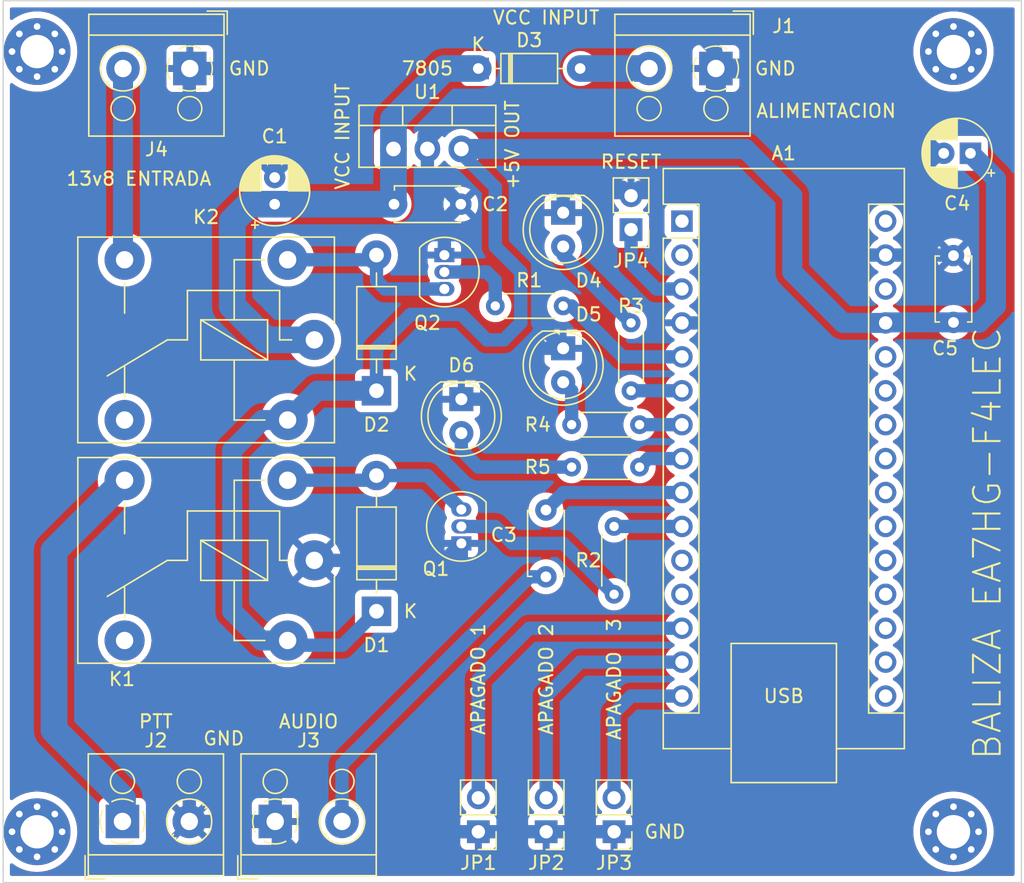
<source format=kicad_pcb>
(kicad_pcb (version 20211014) (generator pcbnew)
  (title_block (title "BALIZA EA7HG- F4LEC") (date "2026-01-31") (rev "2"))
  (layers (0 "F.Cu" signal) (31 "B.Cu" signal) (34 "B.Paste" user) (35 "F.Paste" user) (36 "B.SilkS" user "B.Silkscreen") (37 "F.SilkS" user "F.Silkscreen") (38 "B.Mask" user) (39 "F.Mask" user) (44 "Edge.Cuts" user))
  (net 0 "")
  (net 3 "Net-(A1-Pad3)")
  (net 4 "GND")
  (net 5 "/Rele encendido")
  (net 6 "AUX1")
  (net 7 "AUX2")
  (net 8 "AUX3")
  (net 9 "Net-(A1-Pad9)")
  (net 12 "Net-(A1-Pad10)")
  (net 13 "Net-(A1-Pad13)")
  (net 14 "Net-(A1-Pad14)")
  (net 26 "+5V")
  (net 29 "VCC")
  (net 30 "ENTRADA_AUDIO_MIC")
  (net 31 "Net-(D1-Pad2)")
  (net 32 "Net-(D2-Pad2)")
  (net 33 "PTT_TRANSCEPTOR")
  (net 34 "VCC_13v8_ENTRADA")
  (net 37 "/PTT OUT")
  (net 38 "Net-(Q2-Pad2)")
  (net 39 "Net-(A1-Pad15)")
  (net 40 "+BATT")
  (net 41 "Net-(D4-Pad2)")
  (net 42 "Net-(D5-Pad2)")
  (net 43 "Net-(D6-Pad2)")
  (footprint "LED_THT:LED_D5.0mm" (layer "F.Cu") (at 130.81 69.21 -90)
    (fp_text reference "D4" (at 5.085 -1.905 180) (layer "F.SilkS"))
    (fp_text value "LED")
    (pad "1" thru_hole rect (at 0 0 270) (size 1.8 1.8) (drill 0.9) (layers *.Cu *.Mask) (net 4 "GND"))
    (pad "2" thru_hole circle (at 2.54 0 270) (size 1.8 1.8) (drill 0.9) (layers *.Cu *.Mask) (net 41 "Net-(D4-Pad2)"))
  )
  (footprint "Package_TO_SOT_THT:TO-220-3_Vertical" (layer "F.Cu") (at 118.11 64.445)
    (fp_text reference "U1" (at 2.54 -4.27) (layer "F.SilkS"))
    (fp_text value "L7805")
    (pad "1" thru_hole rect (at 0 0) (size 1.905 2) (drill 1.1) (layers *.Cu *.Mask) (net 29 "VCC"))
    (pad "2" thru_hole oval (at 2.54 0) (size 1.905 2) (drill 1.1) (layers *.Cu *.Mask) (net 4 "GND"))
    (pad "3" thru_hole oval (at 5.08 0) (size 1.905 2) (drill 1.1) (layers *.Cu *.Mask) (net 26 "+5V"))
  )
  (footprint "MountingHole:MountingHole_2.5mm_Pad_Via" (layer "F.Cu") (at 160.02 57.15)
    (fp_text reference "REF**" hide)
    (fp_text value "MountingHole_2.5mm_Pad_Via" hide)
    (pad "1" thru_hole circle (at 1.325825 -1.325825) (size 0.8 0.8) (drill 0.5) (layers *.Cu *.Mask))
    (pad "1" thru_hole circle (at -1.875 0) (size 0.8 0.8) (drill 0.5) (layers *.Cu *.Mask))
    (pad "1" thru_hole circle (at 0 -1.875) (size 0.8 0.8) (drill 0.5) (layers *.Cu *.Mask))
    (pad "1" thru_hole circle (at 0 1.875) (size 0.8 0.8) (drill 0.5) (layers *.Cu *.Mask))
    (pad "1" thru_hole circle (at -1.325825 -1.325825) (size 0.8 0.8) (drill 0.5) (layers *.Cu *.Mask))
    (pad "1" thru_hole circle (at 1.325825 1.325825) (size 0.8 0.8) (drill 0.5) (layers *.Cu *.Mask))
    (pad "1" thru_hole circle (at -1.325825 1.325825) (size 0.8 0.8) (drill 0.5) (layers *.Cu *.Mask))
    (pad "1" thru_hole circle (at 1.875 0) (size 0.8 0.8) (drill 0.5) (layers *.Cu *.Mask))
    (pad "1" thru_hole circle (at 0 0) (size 5 5) (drill 2.5) (layers *.Cu *.Mask))
  )
  (footprint "Connector_PinHeader_2.54mm:PinHeader_1x02_P2.54mm_Vertical" (layer "F.Cu") (at 124.46 115.57 180)
    (fp_text reference "JP1" (at 0 -2.33) (layer "F.SilkS"))
    (fp_text value "apagado 1")
    (pad "1" thru_hole rect (at 0 0 180) (size 1.7 1.7) (drill 1) (layers *.Cu *.Mask) (net 4 "GND"))
    (pad "2" thru_hole oval (at 0 2.54 180) (size 1.7 1.7) (drill 1) (layers *.Cu *.Mask) (net 13 "Net-(A1-Pad13)"))
  )
  (footprint "TerminalBlock_RND:TerminalBlock_RND_205-00001_1x02_P5.00mm_Horizontal" (layer "F.Cu") (at 97.83 114.8)
    (fp_text reference "J2" (at 2.5 -6.06) (layer "F.SilkS"))
    (fp_text value "PTT")
    (pad "1" thru_hole rect (at 0 0) (size 2.5 2.5) (drill 1.3) (layers *.Cu *.Mask) (net 33 "PTT_TRANSCEPTOR"))
    (pad "2" thru_hole circle (at 5 0) (size 2.5 2.5) (drill 1.3) (layers *.Cu *.Mask) (net 4 "GND"))
  )
  (footprint "Capacitor_THT:CP_Radial_D5.0mm_P2.00mm" (layer "F.Cu") (at 161.29 64.77 180)
    (fp_text reference "C4" (at 1 -3.75) (layer "F.SilkS"))
    (fp_text value "1uf")
    (pad "1" thru_hole rect (at 0 0 180) (size 1.6 1.6) (drill 0.8) (layers *.Cu *.Mask) (net 26 "+5V"))
    (pad "2" thru_hole circle (at 2 0 180) (size 1.6 1.6) (drill 0.8) (layers *.Cu *.Mask) (net 4 "GND"))
  )
  (footprint "MountingHole:MountingHole_2.5mm_Pad_Via" (layer "F.Cu") (at 91.44 57.15)
    (fp_text reference "REF**" hide)
    (fp_text value "MountingHole_2.5mm_Pad_Via" hide)
    (pad "1" thru_hole circle (at 0 -1.875) (size 0.8 0.8) (drill 0.5) (layers *.Cu *.Mask))
    (pad "1" thru_hole circle (at 0 1.875) (size 0.8 0.8) (drill 0.5) (layers *.Cu *.Mask))
    (pad "1" thru_hole circle (at -1.875 0) (size 0.8 0.8) (drill 0.5) (layers *.Cu *.Mask))
    (pad "1" thru_hole circle (at 1.875 0) (size 0.8 0.8) (drill 0.5) (layers *.Cu *.Mask))
    (pad "1" thru_hole circle (at 0 0) (size 5 5) (drill 2.5) (layers *.Cu *.Mask))
    (pad "1" thru_hole circle (at -1.325825 -1.325825) (size 0.8 0.8) (drill 0.5) (layers *.Cu *.Mask))
    (pad "1" thru_hole circle (at 1.325825 1.325825) (size 0.8 0.8) (drill 0.5) (layers *.Cu *.Mask))
    (pad "1" thru_hole circle (at 1.325825 -1.325825) (size 0.8 0.8) (drill 0.5) (layers *.Cu *.Mask))
    (pad "1" thru_hole circle (at -1.325825 1.325825) (size 0.8 0.8) (drill 0.5) (layers *.Cu *.Mask))
  )
  (footprint "Capacitor_THT:CP_Radial_D5.0mm_P2.00mm" (layer "F.Cu") (at 109.22 68.58 90)
    (fp_text reference "C1" (at 5.08 0 180) (layer "F.SilkS"))
    (fp_text value "1uf")
    (pad "1" thru_hole rect (at 0 0 90) (size 1.6 1.6) (drill 0.8) (layers *.Cu *.Mask) (net 29 "VCC"))
    (pad "2" thru_hole circle (at 2 0 90) (size 1.6 1.6) (drill 0.8) (layers *.Cu *.Mask) (net 4 "GND"))
  )
  (footprint "Module:Arduino_Nano" (layer "F.Cu") (at 139.7 69.85)
    (fp_text reference "A1" (at 7.62 -5.08) (layer "F.SilkS"))
    (fp_text value "Arduino_Nano_v3.x")
    (fp_text user "USB" (at 7.62 35.56 unlocked) (layer "F.SilkS"))
    (pad "1" thru_hole rect (at 0 0) (size 1.6 1.6) (drill 1) (layers *.Cu *.Mask))
    (pad "2" thru_hole oval (at 0 2.54) (size 1.6 1.6) (drill 1) (layers *.Cu *.Mask))
    (pad "3" thru_hole oval (at 0 5.08) (size 1.6 1.6) (drill 1) (layers *.Cu *.Mask) (net 3 "Net-(A1-Pad3)"))
    (pad "4" thru_hole oval (at 0 7.62) (size 1.6 1.6) (drill 1) (layers *.Cu *.Mask) (net 4 "GND"))
    (pad "5" thru_hole oval (at 0 10.16) (size 1.6 1.6) (drill 1) (layers *.Cu *.Mask) (net 5 "/Rele encendido"))
    (pad "6" thru_hole oval (at 0 12.7) (size 1.6 1.6) (drill 1) (layers *.Cu *.Mask) (net 6 "AUX1"))
    (pad "7" thru_hole oval (at 0 15.24) (size 1.6 1.6) (drill 1) (layers *.Cu *.Mask) (net 7 "AUX2"))
    (pad "8" thru_hole oval (at 0 17.78) (size 1.6 1.6) (drill 1) (layers *.Cu *.Mask) (net 8 "AUX3"))
    (pad "9" thru_hole oval (at 0 20.32) (size 1.6 1.6) (drill 1) (layers *.Cu *.Mask) (net 9 "Net-(A1-Pad9)"))
    (pad "10" thru_hole oval (at 0 22.86) (size 1.6 1.6) (drill 1) (layers *.Cu *.Mask) (net 12 "Net-(A1-Pad10)"))
    (pad "11" thru_hole oval (at 0 25.4) (size 1.6 1.6) (drill 1) (layers *.Cu *.Mask))
    (pad "12" thru_hole oval (at 0 27.94) (size 1.6 1.6) (drill 1) (layers *.Cu *.Mask))
    (pad "13" thru_hole oval (at 0 30.48) (size 1.6 1.6) (drill 1) (layers *.Cu *.Mask) (net 13 "Net-(A1-Pad13)"))
    (pad "14" thru_hole oval (at 0 33.02) (size 1.6 1.6) (drill 1) (layers *.Cu *.Mask) (net 14 "Net-(A1-Pad14)"))
    (pad "15" thru_hole oval (at 0 35.56) (size 1.6 1.6) (drill 1) (layers *.Cu *.Mask) (net 39 "Net-(A1-Pad15)"))
    (pad "16" thru_hole oval (at 15.24 35.56) (size 1.6 1.6) (drill 1) (layers *.Cu *.Mask))
    (pad "17" thru_hole oval (at 15.24 33.02) (size 1.6 1.6) (drill 1) (layers *.Cu *.Mask))
    (pad "18" thru_hole oval (at 15.24 30.48) (size 1.6 1.6) (drill 1) (layers *.Cu *.Mask))
    (pad "19" thru_hole oval (at 15.24 27.94) (size 1.6 1.6) (drill 1) (layers *.Cu *.Mask))
    (pad "20" thru_hole oval (at 15.24 25.4) (size 1.6 1.6) (drill 1) (layers *.Cu *.Mask))
    (pad "21" thru_hole oval (at 15.24 22.86) (size 1.6 1.6) (drill 1) (layers *.Cu *.Mask))
    (pad "22" thru_hole oval (at 15.24 20.32) (size 1.6 1.6) (drill 1) (layers *.Cu *.Mask))
    (pad "23" thru_hole oval (at 15.24 17.78) (size 1.6 1.6) (drill 1) (layers *.Cu *.Mask))
    (pad "24" thru_hole oval (at 15.24 15.24) (size 1.6 1.6) (drill 1) (layers *.Cu *.Mask))
    (pad "25" thru_hole oval (at 15.24 12.7) (size 1.6 1.6) (drill 1) (layers *.Cu *.Mask))
    (pad "26" thru_hole oval (at 15.24 10.16) (size 1.6 1.6) (drill 1) (layers *.Cu *.Mask))
    (pad "27" thru_hole oval (at 15.24 7.62) (size 1.6 1.6) (drill 1) (layers *.Cu *.Mask) (net 26 "+5V"))
    (pad "28" thru_hole oval (at 15.24 5.08) (size 1.6 1.6) (drill 1) (layers *.Cu *.Mask))
    (pad "29" thru_hole oval (at 15.24 2.54) (size 1.6 1.6) (drill 1) (layers *.Cu *.Mask) (net 4 "GND"))
    (pad "30" thru_hole oval (at 15.24 0) (size 1.6 1.6) (drill 1) (layers *.Cu *.Mask))
  )
  (footprint "Capacitor_THT:C_Disc_D4.7mm_W2.5mm_P5.00mm" (layer "F.Cu") (at 129.52 96.48 90)
    (fp_text reference "C3" (at 3.135 -3.155 180) (layer "F.SilkS"))
    (fp_text value "100nf")
    (pad "1" thru_hole circle (at 0 0 90) (size 1.6 1.6) (drill 0.8) (layers *.Cu *.Mask) (net 30 "ENTRADA_AUDIO_MIC"))
    (pad "2" thru_hole circle (at 5 0 90) (size 1.6 1.6) (drill 0.8) (layers *.Cu *.Mask) (net 9 "Net-(A1-Pad9)"))
  )
  (footprint "LED_THT:LED_D5.0mm" (layer "F.Cu") (at 123.19 83.18 -90)
    (fp_text reference "D6" (at -2.535 0 180) (layer "F.SilkS"))
    (fp_text value "LED")
    (pad "1" thru_hole rect (at 0 0 270) (size 1.8 1.8) (drill 0.9) (layers *.Cu *.Mask) (net 4 "GND"))
    (pad "2" thru_hole circle (at 2.54 0 270) (size 1.8 1.8) (drill 0.9) (layers *.Cu *.Mask) (net 43 "Net-(D6-Pad2)"))
  )
  (footprint "Relay_THT:Relay_SPDT_Finder_36.11" (layer "F.Cu") (at 112.19 78.74 180)
    (fp_text reference "K2" (at 8.1 9.2) (layer "F.SilkS"))
    (fp_text value "SRD-05VDC-SL-C")
    (pad "11" thru_hole circle (at 0 0 180) (size 3 3) (drill 1.3) (layers *.Cu *.Mask) (net 29 "VCC"))
    (pad "12" thru_hole circle (at 14.2 -6 180) (size 3 3) (drill 1.3) (layers *.Cu *.Mask))
    (pad "14" thru_hole circle (at 14.2 6 180) (size 3 3) (drill 1.3) (layers *.Cu *.Mask) (net 34 "VCC_13v8_ENTRADA"))
    (pad "A1" thru_hole circle (at 2 6 180) (size 3 3) (drill 1.3) (layers *.Cu *.Mask) (net 32 "Net-(D2-Pad2)"))
    (pad "A2" thru_hole circle (at 2 -6 180) (size 3 3) (drill 1.3) (layers *.Cu *.Mask) (net 26 "+5V"))
  )
  (footprint "Package_TO_SOT_THT:TO-92_Inline" (layer "F.Cu") (at 123.19 93.98 90)
    (fp_text reference "Q1" (at -1.905 -1.905 180) (layer "F.SilkS"))
    (fp_text value "2N3904")
    (pad "1" thru_hole rect (at 0 0 90) (size 1.05 1.5) (drill 0.75) (layers *.Cu *.Mask) (net 4 "GND"))
    (pad "2" thru_hole oval (at 1.27 0 90) (size 1.05 1.5) (drill 0.75) (layers *.Cu *.Mask) (net 37 "/PTT OUT"))
    (pad "3" thru_hole oval (at 2.54 0 90) (size 1.05 1.5) (drill 0.75) (layers *.Cu *.Mask) (net 31 "Net-(D1-Pad2)"))
  )
  (footprint "Resistor_THT:R_Axial_DIN0204_L3.6mm_D1.6mm_P5.08mm_Horizontal" (layer "F.Cu") (at 135.89 82.55 90)
    (fp_text reference "R3" (at 6.35 0 180) (layer "F.SilkS"))
    (fp_text value "680")
    (pad "1" thru_hole circle (at 0 0 90) (size 1.4 1.4) (drill 0.7) (layers *.Cu *.Mask) (net 6 "AUX1"))
    (pad "2" thru_hole oval (at 5.08 0 90) (size 1.4 1.4) (drill 0.7) (layers *.Cu *.Mask) (net 41 "Net-(D4-Pad2)"))
  )
  (footprint "Resistor_THT:R_Axial_DIN0204_L3.6mm_D1.6mm_P5.08mm_Horizontal" (layer "F.Cu") (at 136.525 88.265 180)
    (fp_text reference "R5" (at 7.62 0) (layer "F.SilkS"))
    (fp_text value "680")
    (pad "1" thru_hole circle (at 0 0 180) (size 1.4 1.4) (drill 0.7) (layers *.Cu *.Mask) (net 8 "AUX3"))
    (pad "2" thru_hole oval (at 5.08 0 180) (size 1.4 1.4) (drill 0.7) (layers *.Cu *.Mask) (net 43 "Net-(D6-Pad2)"))
  )
  (footprint "Diode_THT:D_DO-35_SOD27_P7.62mm_Horizontal" (layer "F.Cu") (at 124.46 58.42)
    (fp_text reference "D3" (at 3.81 -2.12) (layer "F.SilkS"))
    (fp_text value "1N4148")
    (fp_text user "K" (at 0 -1.8) (layer "F.SilkS"))
    (pad "1" thru_hole rect (at 0 0) (size 1.6 1.6) (drill 0.8) (layers *.Cu *.Mask) (net 29 "VCC"))
    (pad "2" thru_hole oval (at 7.62 0) (size 1.6 1.6) (drill 0.8) (layers *.Cu *.Mask) (net 40 "+BATT"))
  )
  (footprint "Relay_THT:Relay_SPDT_Finder_36.11" (layer "F.Cu") (at 112.19 95.25 180)
    (fp_text reference "K1" (at 14.4 -8.89) (layer "F.SilkS"))
    (fp_text value "SRD-05VDC-SL-C")
    (pad "11" thru_hole circle (at 0 0 180) (size 3 3) (drill 1.3) (layers *.Cu *.Mask) (net 4 "GND"))
    (pad "12" thru_hole circle (at 14.2 -6 180) (size 3 3) (drill 1.3) (layers *.Cu *.Mask))
    (pad "14" thru_hole circle (at 14.2 6 180) (size 3 3) (drill 1.3) (layers *.Cu *.Mask) (net 33 "PTT_TRANSCEPTOR"))
    (pad "A1" thru_hole circle (at 2 6 180) (size 3 3) (drill 1.3) (layers *.Cu *.Mask) (net 31 "Net-(D1-Pad2)"))
    (pad "A2" thru_hole circle (at 2 -6 180) (size 3 3) (drill 1.3) (layers *.Cu *.Mask) (net 26 "+5V"))
  )
  (footprint "MountingHole:MountingHole_2.5mm_Pad_Via" (layer "F.Cu") (at 91.44 115.57)
    (fp_text reference "REF**" hide)
    (fp_text value "MountingHole_2.5mm_Pad_Via" hide)
    (pad "1" thru_hole circle (at 1.325825 1.325825) (size 0.8 0.8) (drill 0.5) (layers *.Cu *.Mask))
    (pad "1" thru_hole circle (at -1.325825 1.325825) (size 0.8 0.8) (drill 0.5) (layers *.Cu *.Mask))
    (pad "1" thru_hole circle (at 0 -1.875) (size 0.8 0.8) (drill 0.5) (layers *.Cu *.Mask))
    (pad "1" thru_hole circle (at 0 0) (size 5 5) (drill 2.5) (layers *.Cu *.Mask))
    (pad "1" thru_hole circle (at -1.875 0) (size 0.8 0.8) (drill 0.5) (layers *.Cu *.Mask))
    (pad "1" thru_hole circle (at 1.325825 -1.325825) (size 0.8 0.8) (drill 0.5) (layers *.Cu *.Mask))
    (pad "1" thru_hole circle (at 1.875 0) (size 0.8 0.8) (drill 0.5) (layers *.Cu *.Mask))
    (pad "1" thru_hole circle (at 0 1.875) (size 0.8 0.8) (drill 0.5) (layers *.Cu *.Mask))
    (pad "1" thru_hole circle (at -1.325825 -1.325825) (size 0.8 0.8) (drill 0.5) (layers *.Cu *.Mask))
  )
  (footprint "Capacitor_THT:C_Disc_D4.7mm_W2.5mm_P5.00mm" (layer "F.Cu") (at 118.15 68.58)
    (fp_text reference "C2" (at 7.58 0) (layer "F.SilkS"))
    (fp_text value "100nf")
    (pad "1" thru_hole circle (at 0 0) (size 1.6 1.6) (drill 0.8) (layers *.Cu *.Mask) (net 29 "VCC"))
    (pad "2" thru_hole circle (at 5 0) (size 1.6 1.6) (drill 0.8) (layers *.Cu *.Mask) (net 4 "GND"))
  )
  (footprint "Resistor_THT:R_Axial_DIN0204_L3.6mm_D1.6mm_P5.08mm_Horizontal" (layer "F.Cu") (at 125.73 76.2)
    (fp_text reference "R1" (at 2.54 -1.92) (layer "F.SilkS"))
    (fp_text value "330")
    (pad "1" thru_hole circle (at 0 0) (size 1.4 1.4) (drill 0.7) (layers *.Cu *.Mask) (net 38 "Net-(Q2-Pad2)"))
    (pad "2" thru_hole oval (at 5.08 0) (size 1.4 1.4) (drill 0.7) (layers *.Cu *.Mask) (net 5 "/Rele encendido"))
  )
  (footprint "Capacitor_THT:C_Disc_D4.7mm_W2.5mm_P5.00mm" (layer "F.Cu") (at 160.02 77.43 90)
    (fp_text reference "C5" (at -1.945 -0.635 180) (layer "F.SilkS"))
    (fp_text value "100nf")
    (pad "1" thru_hole circle (at 0 0 90) (size 1.6 1.6) (drill 0.8) (layers *.Cu *.Mask) (net 26 "+5V"))
    (pad "2" thru_hole circle (at 5 0 90) (size 1.6 1.6) (drill 0.8) (layers *.Cu *.Mask) (net 4 "GND"))
  )
  (footprint "LED_THT:LED_D5.0mm" (layer "F.Cu") (at 130.81 79.37 -90)
    (fp_text reference "D5" (at -2.535 -1.905 180) (layer "F.SilkS"))
    (fp_text value "LED")
    (pad "1" thru_hole rect (at 0 0 270) (size 1.8 1.8) (drill 0.9) (layers *.Cu *.Mask) (net 4 "GND"))
    (pad "2" thru_hole circle (at 2.54 0 270) (size 1.8 1.8) (drill 0.9) (layers *.Cu *.Mask) (net 42 "Net-(D5-Pad2)"))
  )
  (footprint "Connector_PinHeader_2.54mm:PinHeader_1x02_P2.54mm_Vertical" (layer "F.Cu") (at 134.62 115.57 180)
    (fp_text reference "JP3" (at 0 -2.33) (layer "F.SilkS"))
    (fp_text value "apagado 3")
    (pad "1" thru_hole rect (at 0 0 180) (size 1.7 1.7) (drill 1) (layers *.Cu *.Mask) (net 4 "GND"))
    (pad "2" thru_hole oval (at 0 2.54 180) (size 1.7 1.7) (drill 1) (layers *.Cu *.Mask) (net 39 "Net-(A1-Pad15)"))
  )
  (footprint "Package_TO_SOT_THT:TO-92_Inline" (layer "F.Cu") (at 121.92 72.39 -90)
    (fp_text reference "Q2" (at 5.08 1.27 180) (layer "F.SilkS"))
    (fp_text value "2N3904")
    (pad "1" thru_hole rect (at 0 0 270) (size 1.05 1.5) (drill 0.75) (layers *.Cu *.Mask) (net 4 "GND"))
    (pad "2" thru_hole oval (at 1.27 0 270) (size 1.05 1.5) (drill 0.75) (layers *.Cu *.Mask) (net 38 "Net-(Q2-Pad2)"))
    (pad "3" thru_hole oval (at 2.54 0 270) (size 1.05 1.5) (drill 0.75) (layers *.Cu *.Mask) (net 32 "Net-(D2-Pad2)"))
  )
  (footprint "Diode_THT:D_DO-41_SOD81_P10.16mm_Horizontal" (layer "F.Cu") (at 116.84 99.06 90)
    (fp_text reference "D1" (at -2.54 0 180) (layer "F.SilkS"))
    (fp_text value "1N4007")
    (fp_text user "K" (at 0 2.54 180) (layer "F.SilkS"))
    (pad "1" thru_hole rect (at 0 0 90) (size 2.2 2.2) (drill 1.1) (layers *.Cu *.Mask) (net 26 "+5V"))
    (pad "2" thru_hole oval (at 10.16 0 90) (size 2.2 2.2) (drill 1.1) (layers *.Cu *.Mask) (net 31 "Net-(D1-Pad2)"))
  )
  (footprint "MountingHole:MountingHole_2.5mm_Pad_Via" (layer "F.Cu") (at 160.02 115.57)
    (fp_text reference "REF**" hide)
    (fp_text value "MountingHole_2.5mm_Pad_Via" hide)
    (pad "1" thru_hole circle (at -1.325825 1.325825) (size 0.8 0.8) (drill 0.5) (layers *.Cu *.Mask))
    (pad "1" thru_hole circle (at 0 0) (size 5 5) (drill 2.5) (layers *.Cu *.Mask))
    (pad "1" thru_hole circle (at 1.325825 -1.325825) (size 0.8 0.8) (drill 0.5) (layers *.Cu *.Mask))
    (pad "1" thru_hole circle (at 0 -1.875) (size 0.8 0.8) (drill 0.5) (layers *.Cu *.Mask))
    (pad "1" thru_hole circle (at 0 1.875) (size 0.8 0.8) (drill 0.5) (layers *.Cu *.Mask))
    (pad "1" thru_hole circle (at 1.325825 1.325825) (size 0.8 0.8) (drill 0.5) (layers *.Cu *.Mask))
    (pad "1" thru_hole circle (at -1.325825 -1.325825) (size 0.8 0.8) (drill 0.5) (layers *.Cu *.Mask))
    (pad "1" thru_hole circle (at -1.875 0) (size 0.8 0.8) (drill 0.5) (layers *.Cu *.Mask))
    (pad "1" thru_hole circle (at 1.875 0) (size 0.8 0.8) (drill 0.5) (layers *.Cu *.Mask))
  )
  (footprint "Diode_THT:D_DO-41_SOD81_P10.16mm_Horizontal" (layer "F.Cu") (at 116.84 82.55 90)
    (fp_text reference "D2" (at -2.54 0 180) (layer "F.SilkS"))
    (fp_text value "1N4007")
    (fp_text user "K" (at 1.27 2.54 180) (layer "F.SilkS"))
    (pad "1" thru_hole rect (at 0 0 90) (size 2.2 2.2) (drill 1.1) (layers *.Cu *.Mask) (net 26 "+5V"))
    (pad "2" thru_hole oval (at 10.16 0 90) (size 2.2 2.2) (drill 1.1) (layers *.Cu *.Mask) (net 32 "Net-(D2-Pad2)"))
  )
  (footprint "TerminalBlock_RND:TerminalBlock_RND_205-00001_1x02_P5.00mm_Horizontal" (layer "F.Cu") (at 142.24 58.42 180)
    (fp_text reference "J1" (at -5.08 3.175) (layer "F.SilkS"))
    (fp_text value "ALIMENTACION")
    (pad "1" thru_hole rect (at 0 0 180) (size 2.5 2.5) (drill 1.3) (layers *.Cu *.Mask) (net 4 "GND"))
    (pad "2" thru_hole circle (at 5 0 180) (size 2.5 2.5) (drill 1.3) (layers *.Cu *.Mask) (net 40 "+BATT"))
  )
  (footprint "Connector_PinHeader_2.54mm:PinHeader_1x02_P2.54mm_Vertical" (layer "F.Cu") (at 135.89 70.485 180)
    (fp_text reference "JP4" (at 0 -2.33) (layer "F.SilkS"))
    (fp_text value "RESET")
    (pad "1" thru_hole rect (at 0 0 180) (size 1.7 1.7) (drill 1) (layers *.Cu *.Mask) (net 3 "Net-(A1-Pad3)"))
    (pad "2" thru_hole oval (at 0 2.54 180) (size 1.7 1.7) (drill 1) (layers *.Cu *.Mask) (net 4 "GND"))
  )
  (footprint "TerminalBlock_RND:TerminalBlock_RND_205-00001_1x02_P5.00mm_Horizontal" (layer "F.Cu") (at 109.26 114.8)
    (fp_text reference "J3" (at 2.5 -6.06) (layer "F.SilkS"))
    (fp_text value "AUDIO")
    (pad "1" thru_hole rect (at 0 0) (size 2.5 2.5) (drill 1.3) (layers *.Cu *.Mask) (net 4 "GND"))
    (pad "2" thru_hole circle (at 5 0) (size 2.5 2.5) (drill 1.3) (layers *.Cu *.Mask) (net 30 "ENTRADA_AUDIO_MIC"))
  )
  (footprint "Resistor_THT:R_Axial_DIN0204_L3.6mm_D1.6mm_P5.08mm_Horizontal" (layer "F.Cu") (at 136.525 85.09 180)
    (fp_text reference "R4" (at 7.62 0) (layer "F.SilkS"))
    (fp_text value "680")
    (pad "1" thru_hole circle (at 0 0 180) (size 1.4 1.4) (drill 0.7) (layers *.Cu *.Mask) (net 7 "AUX2"))
    (pad "2" thru_hole oval (at 5.08 0 180) (size 1.4 1.4) (drill 0.7) (layers *.Cu *.Mask) (net 42 "Net-(D5-Pad2)"))
  )
  (footprint "Connector_PinHeader_2.54mm:PinHeader_1x02_P2.54mm_Vertical" (layer "F.Cu") (at 129.54 115.57 180)
    (fp_text reference "JP2" (at 0 -2.33) (layer "F.SilkS"))
    (fp_text value "apagado 2")
    (pad "1" thru_hole rect (at 0 0 180) (size 1.7 1.7) (drill 1) (layers *.Cu *.Mask) (net 4 "GND"))
    (pad "2" thru_hole oval (at 0 2.54 180) (size 1.7 1.7) (drill 1) (layers *.Cu *.Mask) (net 14 "Net-(A1-Pad14)"))
  )
  (footprint "Resistor_THT:R_Axial_DIN0204_L3.6mm_D1.6mm_P5.08mm_Horizontal" (layer "F.Cu") (at 134.62 97.79 90)
    (fp_text reference "R2" (at 2.54 -1.92 180) (layer "F.SilkS"))
    (fp_text value "330")
    (pad "1" thru_hole circle (at 0 0 90) (size 1.4 1.4) (drill 0.7) (layers *.Cu *.Mask) (net 37 "/PTT OUT"))
    (pad "2" thru_hole oval (at 5.08 0 90) (size 1.4 1.4) (drill 0.7) (layers *.Cu *.Mask) (net 12 "Net-(A1-Pad10)"))
  )
  (footprint "TerminalBlock_RND:TerminalBlock_RND_205-00001_1x02_P5.00mm_Horizontal" (layer "F.Cu") (at 102.87 58.42 180)
    (fp_text reference "J4" (at 2.5 -6.06) (layer "F.SilkS"))
    (fp_text value "VCC_13v8_ENTRADA")
    (pad "1" thru_hole rect (at 0 0 180) (size 2.5 2.5) (drill 1.3) (layers *.Cu *.Mask) (net 4 "GND"))
    (pad "2" thru_hole circle (at 5 0 180) (size 2.5 2.5) (drill 1.3) (layers *.Cu *.Mask) (net 34 "VCC_13v8_ENTRADA"))
  )
  (gr_line (start 165.1 53.34) (end 165.1 119.38) (layer "Edge.Cuts") (width 0.1))
  (gr_line (start 88.9 119.38) (end 88.9 53.34) (layer "Edge.Cuts") (width 0.1))
  (gr_line (start 162.56 53.34) (end 165.1 53.34) (layer "Edge.Cuts") (width 0.1))
  (gr_line (start 88.9 53.34) (end 162.56 53.34) (layer "Edge.Cuts") (width 0.1))
  (gr_line (start 165.1 119.38) (end 88.9 119.38) (layer "Edge.Cuts") (width 0.1))
  (gr_text "VCC INPUT" (at 129.54 54.61) (layer "F.SilkS") (effects (font (size 1 1))))
  (gr_text "GND" (at 138.43 115.57) (layer "F.SilkS") (effects (font (size 1 1))))
  (gr_text "13v8 ENTRADA" (at 99.06 66.675) (layer "F.SilkS") (effects (font (size 1 1))))
  (gr_text "GND" (at 107.315 58.42) (layer "F.SilkS") (effects (font (size 1 1))))
  (gr_text "PTT" (at 100.33 107.315) (layer "F.SilkS") (effects (font (size 1 1))))
  (gr_text "BALIZA EA7HG-F4LEC" (at 162.56 93.98 90) (layer "F.SilkS") (effects (font (size 2 2))))
  (gr_text "APAGADO 2" (at 129.54 104.14 90) (layer "F.SilkS") (effects (font (size 1 1))))
  (gr_text "RESET" (at 135.89 65.405) (layer "F.SilkS") (effects (font (size 1 1))))
  (gr_text "VCC INPUT" (at 114.3 63.5 90) (layer "F.SilkS") (effects (font (size 1 1))))
  (gr_text "7805" (at 120.65 58.42) (layer "F.SilkS") (effects (font (size 1 1))))
  (gr_text "+5V OUT" (at 127 64.135 90) (layer "F.SilkS") (effects (font (size 1 1))))
  (gr_text "ALIMENTACION\n" (at 150.495 61.595) (layer "F.SilkS") (effects (font (size 1 1))))
  (gr_text "GND" (at 105.41 108.585) (layer "F.SilkS") (effects (font (size 1 1))))
  (gr_text "AUDIO" (at 111.76 107.315) (layer "F.SilkS") (effects (font (size 1 1))))
  (gr_text "APAGADO 1" (at 124.46 104.14 90) (layer "F.SilkS") (effects (font (size 1 1))))
  (gr_text "APAGADO  3" (at 134.62 104.14 90) (layer "F.SilkS") (effects (font (size 1 1))))
  (gr_text "GND" (at 146.685 58.42) (layer "F.SilkS") (effects (font (size 1 1))))
  (segment (start 137.795 74.93) (end 135.89 73.025) (width 1) (layer "B.Cu") (net 3))
  (segment (start 139.7 74.93) (end 137.795 74.93) (width 1) (layer "B.Cu") (net 3))
  (segment (start 135.89 73.025) (end 135.89 70.485) (width 1) (layer "B.Cu") (net 3))
  (segment (start 135.255 61.595) (end 135.89 62.23) (width 1.5) (layer "B.Cu") (net 4))
  (segment (start 109.26 115.61) (end 111.76 118.11) (width 1) (layer "B.Cu") (net 4))
  (segment (start 142.24 58.42) (end 146.05 58.42) (width 1) (layer "B.Cu") (net 4))
  (segment (start 142.24 57.15) (end 142.24 58.42) (width 1) (layer "B.Cu") (net 4))
  (segment (start 123.19 97.79) (end 123.19 93.98) (width 1) (layer "B.Cu") (net 4))
  (segment (start 111.76 118.11) (end 118.11 118.11) (width 1) (layer "B.Cu") (net 4))
  (segment (start 102.83 114.8) (end 102.83 58.46) (width 1) (layer "B.Cu") (net 4))
  (segment (start 144.145 67.31) (end 144.78 67.945) (width 1) (layer "B.Cu") (net 4))
  (segment (start 156.845 64.77) (end 150.495 58.42) (width 1.5) (layer "B.Cu") (net 4))
  (segment (start 150.495 58.42) (end 142.24 58.42) (width 1.5) (layer "B.Cu") (net 4))
  (segment (start 125.1 83.18) (end 128.91 79.37) (width 1) (layer "B.Cu") (net 4))
  (segment (start 120.65 66.08) (end 123.15 68.58) (width 1) (layer "B.Cu") (net 4))
  (segment (start 144.78 114.3) (end 144.78 78.74) (width 1) (layer "B.Cu") (net 4))
  (segment (start 121.92 95.25) (end 123.19 93.98) (width 1) (layer "B.Cu") (net 4))
  (segment (start 149.86 71.12) (end 151.13 72.39) (width 1) (layer "B.Cu") (net 4))
  (segment (start 151.13 72.39) (end 154.94 72.39) (width 1) (layer "B.Cu") (net 4))
  (segment (start 144.78 67.945) (end 144.78 78.74) (width 1) (layer "B.Cu") (net 4))
  (segment (start 118.11 58.42) (end 120.65 55.88) (width 1) (layer "B.Cu") (net 4))
  (segment (start 134.62 115.57) (end 129.54 115.57) (width 1) (layer "B.Cu") (net 4))
  (segment (start 134.62 115.57) (end 143.51 115.57) (width 1) (layer "B.Cu") (net 4))
  (segment (start 129.54 115.57) (end 124.46 115.57) (width 1) (layer "B.Cu") (net 4))
  (segment (start 106.68 58.42) (end 109.22 60.96) (width 1) (layer "B.Cu") (net 4))
  (segment (start 131.445 67.31) (end 135.255 67.31) (width 1) (layer "B.Cu") (net 4))
  (segment (start 128.27 67.945) (end 128.905 67.31) (width 1) (layer "B.Cu") (net 4))
  (segment (start 128.905 67.31) (end 131.445 67.31) (width 1) (layer "B.Cu") (net 4))
  (segment (start 142.24 58.42) (end 142.97 57.69) (width 1) (layer "B.Cu") (net 4))
  (segment (start 105.41 58.42) (end 118.11 58.42) (width 1) (layer "B.Cu") (net 4))
  (segment (start 154.94 72.39) (end 159.98 72.39) (width 1) (layer "B.Cu") (net 4))
  (segment (start 128.91 79.37) (end 130.81 79.37) (width 1) (layer "B.Cu") (net 4))
  (segment (start 140.335 62.23) (end 142.24 60.325) (width 1.5) (layer "B.Cu") (net 4))
  (segment (start 159.29 64.77) (end 156.845 64.77) (width 1.5) (layer "B.Cu") (net 4))
  (segment (start 121.92 69.81) (end 123.15 68.58) (width 1) (layer "B.Cu") (net 4))
  (segment (start 159.98 72.39) (end 160.02 72.43) (width 1) (layer "B.Cu") (net 4))
  (segment (start 118.11 118.11) (end 120.65 115.57) (width 1) (layer "B.Cu") (net 4))
  (segment (start 120.65 64.445) (end 120.65 66.08) (width 1) (layer "B.Cu") (net 4))
  (segment (start 149.86 62.23) (end 149.86 71.12) (width 1) (layer "B.Cu") (net 4))
  (segment (start 136.525 67.31) (end 144.145 67.31) (width 1) (layer "B.Cu") (net 4))
  (segment (start 146.05 58.42) (end 149.86 62.23) (width 1) (layer "B.Cu") (net 4))
  (segment (start 128.905 71.755) (end 128.27 71.12) (width 1) (layer "B.Cu") (net 4))
  (segment (start 140.97 55.88) (end 142.24 57.15) (width 1) (layer "B.Cu") (net 4))
  (segment (start 109.26 111.72) (end 123.19 97.79) (width 1) (layer "B.Cu") (net 4))
  (segment (start 120.65 64.445) (end 120.65 63.5) (width 1.5) (layer "B.Cu") (net 4))
  (segment (start 109.22 60.96) (end 109.22 66.58) (width 1) (layer "B.Cu") (net 4))
  (segment (start 102.83 114.8) (end 109.26 114.8) (width 1) (layer "B.Cu") (net 4))
  (segment (start 135.89 62.23) (end 140.335 62.23) (width 1.5) (layer "B.Cu") (net 4))
  (segment (start 128.905 77.47) (end 128.905 71.755) (width 1) (layer "B.Cu") (net 4))
  (segment (start 130.805 79.37) (end 128.905 77.47) (width 1) (layer "B.Cu") (net 4))
  (segment (start 142.24 60.325) (end 142.24 58.42) (width 1.5) (layer "B.Cu") (net 4))
  (segment (start 122.555 61.595) (end 135.255 61.595) (width 1.5) (layer "B.Cu") (net 4))
  (segment (start 135.89 67.945) (end 136.525 67.31) (width 1) (layer "B.Cu") (net 4))
  (segment (start 112.19 95.25) (end 121.92 95.25) (width 1) (layer "B.Cu") (net 4))
  (segment (start 135.255 67.31) (end 135.89 67.945) (width 1) (layer "B.Cu") (net 4))
  (segment (start 139.7 77.47) (end 143.51 77.47) (width 1) (layer "B.Cu") (net 4))
  (segment (start 109.26 114.8) (end 109.26 111.72) (width 1) (layer "B.Cu") (net 4))
  (segment (start 123.19 83.18) (end 125.1 83.18) (width 1) (layer "B.Cu") (net 4))
  (segment (start 144.78 78.74) (end 143.51 77.47) (width 1) (layer "B.Cu") (net 4))
  (segment (start 105.41 58.42) (end 106.68 58.42) (width 1) (layer "B.Cu") (net 4))
  (segment (start 128.27 71.12) (end 128.27 67.945) (width 1) (layer "B.Cu") (net 4))
  (segment (start 120.65 55.88) (end 140.97 55.88) (width 1) (layer "B.Cu") (net 4))
  (segment (start 121.92 72.39) (end 121.92 69.81) (width 1) (layer "B.Cu") (net 4))
  (segment (start 130.81 67.945) (end 131.445 67.31) (width 1) (layer "B.Cu") (net 4))
  (segment (start 130.81 69.21) (end 130.81 67.945) (width 1) (layer "B.Cu") (net 4))
  (segment (start 120.65 115.57) (end 124.46 115.57) (width 1) (layer "B.Cu") (net 4))
  (segment (start 143.51 115.57) (end 144.78 114.3) (width 1) (layer "B.Cu") (net 4))
  (segment (start 102.83 58.46) (end 102.87 58.42) (width 1) (layer "B.Cu") (net 4))
  (segment (start 102.87 58.42) (end 105.41 58.42) (width 1) (layer "B.Cu") (net 4))
  (segment (start 130.81 79.37) (end 130.805 79.37) (width 1) (layer "B.Cu") (net 4))
  (segment (start 109.26 114.8) (end 109.26 115.61) (width 1) (layer "B.Cu") (net 4))
  (segment (start 120.65 63.5) (end 122.555 61.595) (width 1.5) (layer "B.Cu") (net 4))
  (segment (start 131.445 76.2) (end 130.81 76.2) (width 1) (layer "B.Cu") (net 5))
  (segment (start 135.255 80.01) (end 131.445 76.2) (width 1) (layer "B.Cu") (net 5))
  (segment (start 139.7 80.01) (end 135.255 80.01) (width 1) (layer "B.Cu") (net 5))
  (segment (start 139.7 82.55) (end 135.89 82.55) (width 1) (layer "B.Cu") (net 6))
  (segment (start 139.7 85.09) (end 136.525 85.09) (width 1) (layer "B.Cu") (net 7))
  (segment (start 139.7 87.63) (end 137.16 87.63) (width 1) (layer "B.Cu") (net 8))
  (segment (start 137.16 87.63) (end 136.525 88.265) (width 1) (layer "B.Cu") (net 8))
  (segment (start 139.7 90.17) (end 130.83 90.17) (width 1) (layer "B.Cu") (net 9))
  (segment (start 130.83 90.17) (end 129.52 91.48) (width 1) (layer "B.Cu") (net 9))
  (segment (start 139.7 92.71) (end 134.62 92.71) (width 1) (layer "B.Cu") (net 12))
  (segment (start 124.46 104.14) (end 124.46 113.03) (width 1) (layer "B.Cu") (net 13))
  (segment (start 128.27 100.33) (end 124.46 104.14) (width 1) (layer "B.Cu") (net 13))
  (segment (start 139.7 100.33) (end 128.27 100.33) (width 1) (layer "B.Cu") (net 13))
  (segment (start 139.7 102.87) (end 132.08 102.87) (width 1) (layer "B.Cu") (net 14))
  (segment (start 132.08 102.87) (end 129.54 105.41) (width 1) (layer "B.Cu") (net 14))
  (segment (start 129.54 105.41) (end 129.54 113.03) (width 1) (layer "B.Cu") (net 14))
  (segment (start 116.84 99.06) (end 114.3 101.6) (width 1) (layer "B.Cu") (net 26))
  (segment (start 160.02 77.43) (end 154.98 77.43) (width 1.5) (layer "B.Cu") (net 26))
  (segment (start 126.365 78.74) (end 125.095 78.74) (width 1) (layer "B.Cu") (net 26))
  (segment (start 151.765 77.47) (end 154.94 77.47) (width 1.5) (layer "B.Cu") (net 26))
  (segment (start 125.73 67.31) (end 125.73 71.755) (width 1) (layer "B.Cu") (net 26))
  (segment (start 110.19 84.74) (end 110.205 84.74) (width 1.5) (layer "B.Cu") (net 26))
  (segment (start 154.98 77.43) (end 154.94 77.47) (width 1.5) (layer "B.Cu") (net 26))
  (segment (start 127.635 77.47) (end 126.365 78.74) (width 1) (layer "B.Cu") (net 26))
  (segment (start 123.19 76.835) (end 119.38 76.835) (width 1) (layer "B.Cu") (net 26))
  (segment (start 161.885 77.43) (end 160.02 77.43) (width 1.5) (layer "B.Cu") (net 26))
  (segment (start 110.54 101.6) (end 110.19 101.25) (width 1) (layer "B.Cu") (net 26))
  (segment (start 108.3 84.74) (end 110.19 84.74) (width 1.5) (layer "B.Cu") (net 26))
  (segment (start 163.195 76.2) (end 161.925 77.47) (width 1.5) (layer "B.Cu") (net 26))
  (segment (start 110.205 84.74) (end 112.395 82.55) (width 1.5) (layer "B.Cu") (net 26))
  (segment (start 125.095 78.74) (end 123.19 76.835) (width 1) (layer "B.Cu") (net 26))
  (segment (start 110.54 85.09) (end 110.19 84.74) (width 1) (layer "B.Cu") (net 26))
  (segment (start 147.955 67.945) (end 147.955 73.66) (width 1.5) (layer "B.Cu") (net 26))
  (segment (start 106.045 86.995) (end 108.3 84.74) (width 1.5) (layer "B.Cu") (net 26))
  (segment (start 106.045 99.06) (end 106.045 86.995) (width 1.5) (layer "B.Cu") (net 26))
  (segment (start 125.73 71.755) (end 127.635 73.66) (width 1) (layer "B.Cu") (net 26))
  (segment (start 119.38 76.835) (end 116.84 79.375) (width 1) (layer "B.Cu") (net 26))
  (segment (start 124.15 64.445) (end 144.455 64.445) (width 1.5) (layer "B.Cu") (net 26))
  (segment (start 123.19 64.77) (end 125.73 67.31) (width 1) (layer "B.Cu") (net 26))
  (segment (start 114.3 101.6) (end 110.54 101.6) (width 1) (layer "B.Cu") (net 26))
  (segment (start 144.455 64.445) (end 147.955 67.945) (width 1.5) (layer "B.Cu") (net 26))
  (segment (start 123.19 64.445) (end 124.15 64.445) (width 1.5) (layer "B.Cu") (net 26))
  (segment (start 147.955 73.66) (end 151.765 77.47) (width 1.5) (layer "B.Cu") (net 26))
  (segment (start 112.395 82.55) (end 116.84 82.55) (width 1.5) (layer "B.Cu") (net 26))
  (segment (start 161.925 77.47) (end 161.885 77.43) (width 1.5) (layer "B.Cu") (net 26))
  (segment (start 163.195 66.675) (end 163.195 76.2) (width 1.5) (layer "B.Cu") (net 26))
  (segment (start 110.19 101.25) (end 108.235 101.25) (width 1.5) (layer "B.Cu") (net 26))
  (segment (start 127.635 73.66) (end 127.635 77.47) (width 1) (layer "B.Cu") (net 26))
  (segment (start 161.29 64.77) (end 163.195 66.675) (width 1.5) (layer "B.Cu") (net 26))
  (segment (start 123.19 64.445) (end 123.19 64.77) (width 1) (layer "B.Cu") (net 26))
  (segment (start 116.84 79.375) (end 116.84 82.55) (width 1) (layer "B.Cu") (net 26))
  (segment (start 108.235 101.25) (end 106.045 99.06) (width 1.5) (layer "B.Cu") (net 26))
  (segment (start 106.045 69.85) (end 106.045 76.2) (width 2) (layer "B.Cu") (net 29))
  (segment (start 108.585 78.74) (end 112.19 78.74) (width 2) (layer "B.Cu") (net 29))
  (segment (start 109.22 68.58) (end 107.315 68.58) (width 2) (layer "B.Cu") (net 29))
  (segment (start 118.11 62.23) (end 118.11 64.445) (width 2) (layer "B.Cu") (net 29))
  (segment (start 124.46 58.42) (end 121.92 58.42) (width 2) (layer "B.Cu") (net 29))
  (segment (start 118.11 64.445) (end 118.11 68.54) (width 2) (layer "B.Cu") (net 29))
  (segment (start 107.315 68.58) (end 106.045 69.85) (width 2) (layer "B.Cu") (net 29))
  (segment (start 118.11 68.54) (end 118.15 68.58) (width 2) (layer "B.Cu") (net 29))
  (segment (start 118.15 68.58) (end 109.22 68.58) (width 2) (layer "B.Cu") (net 29))
  (segment (start 106.045 76.2) (end 108.585 78.74) (width 2) (layer "B.Cu") (net 29))
  (segment (start 121.92 58.42) (end 118.11 62.23) (width 2) (layer "B.Cu") (net 29))
  (segment (start 128.31 96.48) (end 114.26 110.53) (width 1) (layer "B.Cu") (net 30))
  (segment (start 114.26 110.53) (end 114.26 114.8) (width 1) (layer "B.Cu") (net 30))
  (segment (start 129.52 96.48) (end 128.31 96.48) (width 1) (layer "B.Cu") (net 30))
  (segment (start 116.49 89.25) (end 116.84 88.9) (width 1) (layer "B.Cu") (net 31))
  (segment (start 120.65 88.9) (end 123.19 91.44) (width 1) (layer "B.Cu") (net 31))
  (segment (start 110.19 89.25) (end 116.49 89.25) (width 1) (layer "B.Cu") (net 31))
  (segment (start 116.84 88.9) (end 120.65 88.9) (width 1) (layer "B.Cu") (net 31))
  (segment (start 117.475 74.93) (end 116.84 74.295) (width 1) (layer "B.Cu") (net 32))
  (segment (start 116.84 74.295) (end 116.84 72.39) (width 1) (layer "B.Cu") (net 32))
  (segment (start 116.49 72.74) (end 116.84 72.39) (width 1) (layer "B.Cu") (net 32))
  (segment (start 121.92 74.93) (end 117.475 74.93) (width 1) (layer "B.Cu") (net 32))
  (segment (start 110.19 72.74) (end 116.49 72.74) (width 1) (layer "B.Cu") (net 32))
  (segment (start 97.99 89.25) (end 92.71 94.53) (width 2) (layer "B.Cu") (net 33))
  (segment (start 92.71 107.95) (end 97.83 113.07) (width 2) (layer "B.Cu") (net 33))
  (segment (start 92.71 94.53) (end 92.71 107.95) (width 2) (layer "B.Cu") (net 33))
  (segment (start 97.83 113.07) (end 97.83 114.8) (width 2) (layer "B.Cu") (net 33))
  (segment (start 97.87 72.62) (end 97.99 72.74) (width 1) (layer "F.Cu") (net 34))
  (segment (start 97.87 58.42) (end 97.87 72.62) (width 1.5) (layer "B.Cu") (net 34))
  (segment (start 97.87 72.62) (end 97.99 72.74) (width 1.5) (layer "B.Cu") (net 34))
  (segment (start 130.81 93.98) (end 134.62 97.79) (width 1) (layer "B.Cu") (net 37))
  (segment (start 125.73 92.71) (end 127 93.98) (width 1) (layer "B.Cu") (net 37))
  (segment (start 123.19 92.71) (end 125.73 92.71) (width 1) (layer "B.Cu") (net 37))
  (segment (start 127 93.98) (end 130.81 93.98) (width 1) (layer "B.Cu") (net 37))
  (segment (start 125.73 76.2) (end 125.73 74.295) (width 1) (layer "B.Cu") (net 38))
  (segment (start 125.73 74.295) (end 125.095 73.66) (width 1) (layer "B.Cu") (net 38))
  (segment (start 125.095 73.66) (end 121.92 73.66) (width 1) (layer "B.Cu") (net 38))
  (segment (start 134.62 106.68) (end 134.62 113.03) (width 1) (layer "B.Cu") (net 39))
  (segment (start 139.7 105.41) (end 135.89 105.41) (width 1) (layer "B.Cu") (net 39))
  (segment (start 135.89 105.41) (end 134.62 106.68) (width 1) (layer "B.Cu") (net 39))
  (segment (start 132.08 58.42) (end 137.24 58.42) (width 2) (layer "B.Cu") (net 40))
  (segment (start 130.81 72.39) (end 135.89 77.47) (width 1) (layer "B.Cu") (net 41))
  (segment (start 130.81 71.75) (end 130.81 72.39) (width 1) (layer "B.Cu") (net 41))
  (segment (start 131.445 82.545) (end 130.81 81.91) (width 1) (layer "B.Cu") (net 42))
  (segment (start 131.445 85.09) (end 131.445 82.545) (width 1) (layer "B.Cu") (net 42))
  (segment (start 124.46 88.265) (end 123.19 86.995) (width 1) (layer "B.Cu") (net 43))
  (segment (start 123.19 86.995) (end 123.19 85.72) (width 1) (layer "B.Cu") (net 43))
  (segment (start 131.445 88.265) (end 124.46 88.265) (width 1) (layer "B.Cu") (net 43))
  (zone (net 4) (net_name "GND") (layer "F.Cu") (connect_pads (clearance 0.508)) (min_thickness 0.254) (fill yes (thermal_gap 0.508) (thermal_bridge_width 0.508))
    (polygon (pts (xy 165.1 119.38) (xy 88.9 119.38) (xy 88.9 53.34) (xy 165.1 53.34)))
  )
  (zone (net 4) (net_name "GND") (layer "B.Cu") (connect_pads (clearance 0.508)) (min_thickness 0.254) (fill yes (thermal_gap 0.508) (thermal_bridge_width 0.508))
    (polygon (pts (xy 165.1 119.38) (xy 88.9 119.38) (xy 88.9 53.34) (xy 165.1 53.34)))
  )
)
</source>
